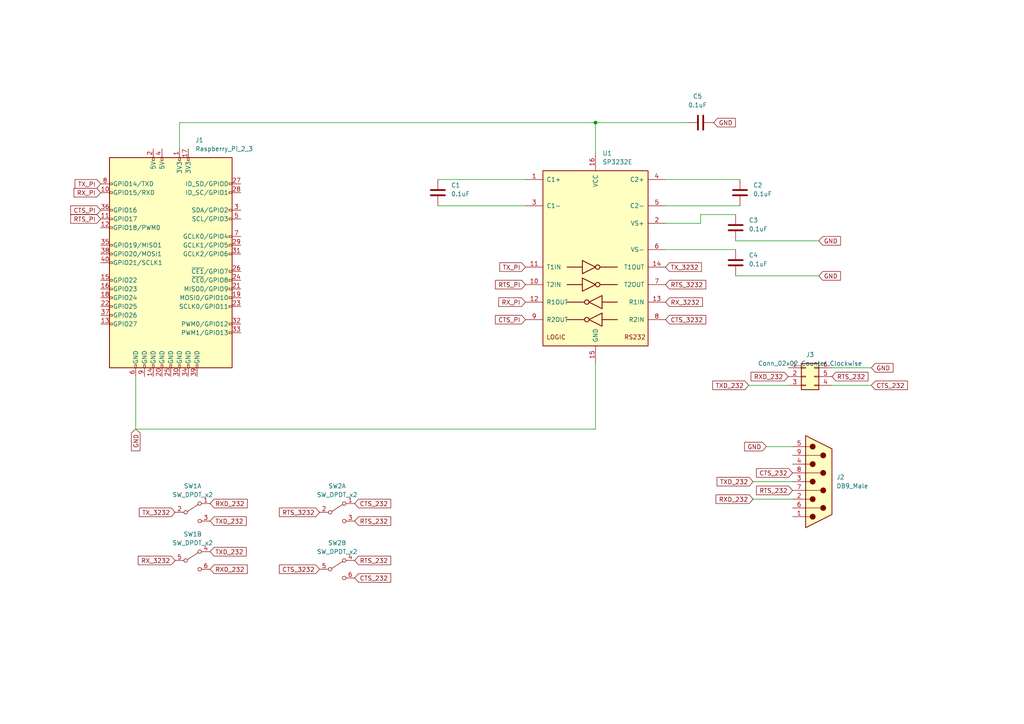
<source format=kicad_sch>
(kicad_sch (version 20211123) (generator eeschema)
  (paper "A4")
  (lib_symbols
    (symbol "Connector:DB9_Male" (pin_names (offset 1.016) hide)
      (property "Reference" "J" (at 0 13.97 0))
      (property "Value" "DB9_Male" (at 0 -14.605 0))
      (symbol "DB9_Male_0_1"
        (circle (center -1.778 -10.16) (radius 0.762) (fill (type outline)))
        (circle (center -1.778 -5.08) (radius 0.762) (fill (type outline)))
        (circle (center -1.778 0) (radius 0.762) (fill (type outline)))
        (circle (center -1.778 5.08) (radius 0.762) (fill (type outline)))
        (circle (center -1.778 10.16) (radius 0.762) (fill (type outline)))
        (polyline (pts (xy -3.81 -10.16) (xy -2.54 -10.16)))
        (polyline (pts (xy -3.81 -7.62) (xy 0.508 -7.62)))
        (polyline (pts (xy -3.81 -5.08) (xy -2.54 -5.08)))
        (polyline (pts (xy -3.81 -2.54) (xy 0.508 -2.54)))
        (polyline (pts (xy -3.81 0) (xy -2.54 0)))
        (polyline (pts (xy -3.81 2.54) (xy 0.508 2.54)))
        (polyline (pts (xy -3.81 5.08) (xy -2.54 5.08)))
        (polyline (pts (xy -3.81 7.62) (xy 0.508 7.62)))
        (polyline (pts (xy -3.81 10.16) (xy -2.54 10.16)))
        (polyline (pts (xy -3.81 -13.335) (xy -3.81 13.335) (xy 3.81 9.525) (xy 3.81 -9.525) (xy -3.81 -13.335)) (stroke (width 0.254)) (fill (type background)))
        (circle (center 1.27 -7.62) (radius 0.762) (fill (type outline)))
        (circle (center 1.27 -2.54) (radius 0.762) (fill (type outline)))
        (circle (center 1.27 2.54) (radius 0.762) (fill (type outline)))
        (circle (center 1.27 7.62) (radius 0.762) (fill (type outline)))
      )
      (symbol "DB9_Male_1_1"
        (pin passive line (at -7.62 -10.16 0) (length 3.81) (name "1") (number "1"))
        (pin passive line (at -7.62 -5.08 0) (length 3.81) (name "2") (number "2"))
        (pin passive line (at -7.62 0 0) (length 3.81) (name "3") (number "3"))
        (pin passive line (at -7.62 5.08 0) (length 3.81) (name "4") (number "4"))
        (pin passive line (at -7.62 10.16 0) (length 3.81) (name "5") (number "5"))
        (pin passive line (at -7.62 -7.62 0) (length 3.81) (name "6") (number "6"))
        (pin passive line (at -7.62 -2.54 0) (length 3.81) (name "7") (number "7"))
        (pin passive line (at -7.62 2.54 0) (length 3.81) (name "8") (number "8"))
        (pin passive line (at -7.62 7.62 0) (length 3.81) (name "9") (number "9"))
      )
    )
    (symbol "Connector:Raspberry_Pi_2_3" (pin_names (offset 1.016))
      (property "Reference" "J" (at -17.78 31.75 0))
      (property "Value" "Raspberry_Pi_2_3" (at 10.16 -31.75 0))
      (symbol "Raspberry_Pi_2_3_0_1"
        (rectangle (start -17.78 30.48) (end 17.78 -30.48) (stroke (width 0.254)) (fill (type background)))
      )
      (symbol "Raspberry_Pi_2_3_1_1"
        (rectangle (start -16.891 -17.526) (end -17.78 -18.034))
        (rectangle (start -16.891 -14.986) (end -17.78 -15.494))
        (rectangle (start -16.891 -12.446) (end -17.78 -12.954))
        (rectangle (start -16.891 -9.906) (end -17.78 -10.414))
        (rectangle (start -16.891 -7.366) (end -17.78 -7.874))
        (rectangle (start -16.891 -4.826) (end -17.78 -5.334))
        (rectangle (start -16.891 0.254) (end -17.78 -0.254))
        (rectangle (start -16.891 2.794) (end -17.78 2.286))
        (rectangle (start -16.891 5.334) (end -17.78 4.826))
        (rectangle (start -16.891 10.414) (end -17.78 9.906))
        (rectangle (start -16.891 12.954) (end -17.78 12.446))
        (rectangle (start -16.891 15.494) (end -17.78 14.986))
        (rectangle (start -16.891 20.574) (end -17.78 20.066))
        (rectangle (start -16.891 23.114) (end -17.78 22.606))
        (rectangle (start -10.414 -29.591) (end -9.906 -30.48))
        (rectangle (start -7.874 -29.591) (end -7.366 -30.48))
        (rectangle (start -5.334 -29.591) (end -4.826 -30.48))
        (rectangle (start -5.334 30.48) (end -4.826 29.591))
        (rectangle (start -2.794 -29.591) (end -2.286 -30.48))
        (rectangle (start -2.794 30.48) (end -2.286 29.591))
        (rectangle (start -0.254 -29.591) (end 0.254 -30.48))
        (rectangle (start 2.286 -29.591) (end 2.794 -30.48))
        (rectangle (start 2.286 30.48) (end 2.794 29.591))
        (rectangle (start 4.826 -29.591) (end 5.334 -30.48))
        (rectangle (start 4.826 30.48) (end 5.334 29.591))
        (rectangle (start 7.366 -29.591) (end 7.874 -30.48))
        (rectangle (start 17.78 -20.066) (end 16.891 -20.574))
        (rectangle (start 17.78 -17.526) (end 16.891 -18.034))
        (rectangle (start 17.78 -12.446) (end 16.891 -12.954))
        (rectangle (start 17.78 -9.906) (end 16.891 -10.414))
        (rectangle (start 17.78 -7.366) (end 16.891 -7.874))
        (rectangle (start 17.78 -4.826) (end 16.891 -5.334))
        (rectangle (start 17.78 -2.286) (end 16.891 -2.794))
        (rectangle (start 17.78 2.794) (end 16.891 2.286))
        (rectangle (start 17.78 5.334) (end 16.891 4.826))
        (rectangle (start 17.78 7.874) (end 16.891 7.366))
        (rectangle (start 17.78 12.954) (end 16.891 12.446))
        (rectangle (start 17.78 15.494) (end 16.891 14.986))
        (rectangle (start 17.78 20.574) (end 16.891 20.066))
        (rectangle (start 17.78 23.114) (end 16.891 22.606))
        (pin power_in line (at 2.54 33.02 270) (length 2.54) (name "3V3") (number "1"))
        (pin bidirectional line (at -20.32 20.32 0) (length 2.54) (name "GPIO15/RXD") (number "10"))
        (pin bidirectional line (at -20.32 12.7 0) (length 2.54) (name "GPIO17") (number "11"))
        (pin bidirectional line (at -20.32 10.16 0) (length 2.54) (name "GPIO18/PWM0") (number "12"))
        (pin bidirectional line (at -20.32 -17.78 0) (length 2.54) (name "GPIO27") (number "13"))
        (pin power_in line (at -5.08 -33.02 90) (length 2.54) (name "GND") (number "14"))
        (pin bidirectional line (at -20.32 -5.08 0) (length 2.54) (name "GPIO22") (number "15"))
        (pin bidirectional line (at -20.32 -7.62 0) (length 2.54) (name "GPIO23") (number "16"))
        (pin power_in line (at 5.08 33.02 270) (length 2.54) (name "3V3") (number "17"))
        (pin bidirectional line (at -20.32 -10.16 0) (length 2.54) (name "GPIO24") (number "18"))
        (pin bidirectional line (at 20.32 -10.16 180) (length 2.54) (name "MOSI0/GPIO10") (number "19"))
        (pin power_in line (at -5.08 33.02 270) (length 2.54) (name "5V") (number "2"))
        (pin power_in line (at -2.54 -33.02 90) (length 2.54) (name "GND") (number "20"))
        (pin bidirectional line (at 20.32 -7.62 180) (length 2.54) (name "MISO0/GPIO9") (number "21"))
        (pin bidirectional line (at -20.32 -12.7 0) (length 2.54) (name "GPIO25") (number "22"))
        (pin bidirectional line (at 20.32 -12.7 180) (length 2.54) (name "SCLK0/GPIO11") (number "23"))
        (pin bidirectional line (at 20.32 -5.08 180) (length 2.54) (name "~{CE0}/GPIO8") (number "24"))
        (pin power_in line (at 0 -33.02 90) (length 2.54) (name "GND") (number "25"))
        (pin bidirectional line (at 20.32 -2.54 180) (length 2.54) (name "~{CE1}/GPIO7") (number "26"))
        (pin bidirectional line (at 20.32 22.86 180) (length 2.54) (name "ID_SD/GPIO0") (number "27"))
        (pin bidirectional line (at 20.32 20.32 180) (length 2.54) (name "ID_SC/GPIO1") (number "28"))
        (pin bidirectional line (at 20.32 5.08 180) (length 2.54) (name "GCLK1/GPIO5") (number "29"))
        (pin bidirectional line (at 20.32 15.24 180) (length 2.54) (name "SDA/GPIO2") (number "3"))
        (pin power_in line (at 2.54 -33.02 90) (length 2.54) (name "GND") (number "30"))
        (pin bidirectional line (at 20.32 2.54 180) (length 2.54) (name "GCLK2/GPIO6") (number "31"))
        (pin bidirectional line (at 20.32 -17.78 180) (length 2.54) (name "PWM0/GPIO12") (number "32"))
        (pin bidirectional line (at 20.32 -20.32 180) (length 2.54) (name "PWM1/GPIO13") (number "33"))
        (pin power_in line (at 5.08 -33.02 90) (length 2.54) (name "GND") (number "34"))
        (pin bidirectional line (at -20.32 5.08 0) (length 2.54) (name "GPIO19/MISO1") (number "35"))
        (pin bidirectional line (at -20.32 15.24 0) (length 2.54) (name "GPIO16") (number "36"))
        (pin bidirectional line (at -20.32 -15.24 0) (length 2.54) (name "GPIO26") (number "37"))
        (pin bidirectional line (at -20.32 2.54 0) (length 2.54) (name "GPIO20/MOSI1") (number "38"))
        (pin power_in line (at 7.62 -33.02 90) (length 2.54) (name "GND") (number "39"))
        (pin power_in line (at -2.54 33.02 270) (length 2.54) (name "5V") (number "4"))
        (pin bidirectional line (at -20.32 0 0) (length 2.54) (name "GPIO21/SCLK1") (number "40"))
        (pin bidirectional line (at 20.32 12.7 180) (length 2.54) (name "SCL/GPIO3") (number "5"))
        (pin power_in line (at -10.16 -33.02 90) (length 2.54) (name "GND") (number "6"))
        (pin bidirectional line (at 20.32 7.62 180) (length 2.54) (name "GCLK0/GPIO4") (number "7"))
        (pin bidirectional line (at -20.32 22.86 0) (length 2.54) (name "GPIO14/TXD") (number "8"))
        (pin power_in line (at -7.62 -33.02 90) (length 2.54) (name "GND") (number "9"))
      )
    )
    (symbol "Connector_Generic:Conn_02x03_Counter_Clockwise" (pin_names (offset 1.016) hide)
      (property "Reference" "J" (at 1.27 5.08 0))
      (property "Value" "Conn_02x03_Counter_Clockwise" (at 1.27 -5.08 0))
      (symbol "Conn_02x03_Counter_Clockwise_1_1"
        (rectangle (start -1.27 -2.413) (end 0 -2.667) (stroke (width 0.1524)))
        (rectangle (start -1.27 0.127) (end 0 -0.127) (stroke (width 0.1524)))
        (rectangle (start -1.27 2.667) (end 0 2.413) (stroke (width 0.1524)))
        (rectangle (start -1.27 3.81) (end 3.81 -3.81) (stroke (width 0.254)) (fill (type background)))
        (rectangle (start 3.81 -2.413) (end 2.54 -2.667) (stroke (width 0.1524)))
        (rectangle (start 3.81 0.127) (end 2.54 -0.127) (stroke (width 0.1524)))
        (rectangle (start 3.81 2.667) (end 2.54 2.413) (stroke (width 0.1524)))
        (pin passive line (at -5.08 2.54 0) (length 3.81) (name "Pin_1") (number "1"))
        (pin passive line (at -5.08 0 0) (length 3.81) (name "Pin_2") (number "2"))
        (pin passive line (at -5.08 -2.54 0) (length 3.81) (name "Pin_3") (number "3"))
        (pin passive line (at 7.62 -2.54 180) (length 3.81) (name "Pin_4") (number "4"))
        (pin passive line (at 7.62 0 180) (length 3.81) (name "Pin_5") (number "5"))
        (pin passive line (at 7.62 2.54 180) (length 3.81) (name "Pin_6") (number "6"))
      )
    )
    (symbol "Device:C" (pin_numbers hide) (pin_names (offset 0.254))
      (property "Reference" "C" (at 0.635 2.54 0))
      (property "Value" "C" (at 0.635 -2.54 0))
      (symbol "C_0_1"
        (polyline (pts (xy -2.032 -0.762) (xy 2.032 -0.762)) (stroke (width 0.508)))
        (polyline (pts (xy -2.032 0.762) (xy 2.032 0.762)) (stroke (width 0.508)))
      )
      (symbol "C_1_1"
        (pin passive line (at 0 3.81 270) (length 2.794) (name "~") (number "1"))
        (pin passive line (at 0 -3.81 90) (length 2.794) (name "~") (number "2"))
      )
    )
    (symbol "Interface_UART:MAX3232" (pin_names (offset 1.016))
      (property "Reference" "U" (at -2.54 28.575 0))
      (property "Value" "MAX3232" (at -2.54 26.67 0))
      (symbol "MAX3232_0_0"
        (text "LOGIC" (at -11.43 -22.86 0) (effects (font (size 1.27 1.27))))
        (text "RS232" (at 11.43 -22.86 0) (effects (font (size 1.27 1.27))))
      )
      (symbol "MAX3232_0_1"
        (rectangle (start -15.24 -25.4) (end 15.24 25.4) (stroke (width 0.254)) (fill (type background)))
        (circle (center -2.54 -17.78) (radius 0.635) (stroke (width 0.254)))
        (circle (center -2.54 -12.7) (radius 0.635) (stroke (width 0.254)))
        (polyline (pts (xy -3.81 -7.62) (xy -8.255 -7.62)) (stroke (width 0.254)))
        (polyline (pts (xy -3.81 -2.54) (xy -8.255 -2.54)) (stroke (width 0.254)))
        (polyline (pts (xy -3.175 -17.78) (xy -8.255 -17.78)) (stroke (width 0.254)))
        (polyline (pts (xy -3.175 -12.7) (xy -8.255 -12.7)) (stroke (width 0.254)))
        (polyline (pts (xy 1.27 -7.62) (xy 6.35 -7.62)) (stroke (width 0.254)))
        (polyline (pts (xy 1.27 -2.54) (xy 6.35 -2.54)) (stroke (width 0.254)))
        (polyline (pts (xy 1.905 -17.78) (xy 6.35 -17.78)) (stroke (width 0.254)))
        (polyline (pts (xy 1.905 -12.7) (xy 6.35 -12.7)) (stroke (width 0.254)))
        (polyline (pts (xy -3.81 -5.715) (xy -3.81 -9.525) (xy 0 -7.62) (xy -3.81 -5.715)) (stroke (width 0.254)))
        (polyline (pts (xy -3.81 -0.635) (xy -3.81 -4.445) (xy 0 -2.54) (xy -3.81 -0.635)) (stroke (width 0.254)))
        (polyline (pts (xy 1.905 -15.875) (xy 1.905 -19.685) (xy -1.905 -17.78) (xy 1.905 -15.875)) (stroke (width 0.254)))
        (polyline (pts (xy 1.905 -10.795) (xy 1.905 -14.605) (xy -1.905 -12.7) (xy 1.905 -10.795)) (stroke (width 0.254)))
        (circle (center 0.635 -7.62) (radius 0.635) (stroke (width 0.254)))
        (circle (center 0.635 -2.54) (radius 0.635) (stroke (width 0.254)))
      )
      (symbol "MAX3232_1_1"
        (pin passive line (at -20.32 22.86 0) (length 5.08) (name "C1+") (number "1"))
        (pin input line (at -20.32 -7.62 0) (length 5.08) (name "T2IN") (number "10"))
        (pin input line (at -20.32 -2.54 0) (length 5.08) (name "T1IN") (number "11"))
        (pin output line (at -20.32 -12.7 0) (length 5.08) (name "R1OUT") (number "12"))
        (pin input line (at 20.32 -12.7 180) (length 5.08) (name "R1IN") (number "13"))
        (pin output line (at 20.32 -2.54 180) (length 5.08) (name "T1OUT") (number "14"))
        (pin power_in line (at 0 -30.48 90) (length 5.08) (name "GND") (number "15"))
        (pin power_in line (at 0 30.48 270) (length 5.08) (name "VCC") (number "16"))
        (pin power_out line (at 20.32 10.16 180) (length 5.08) (name "VS+") (number "2"))
        (pin passive line (at -20.32 15.24 0) (length 5.08) (name "C1-") (number "3"))
        (pin passive line (at 20.32 22.86 180) (length 5.08) (name "C2+") (number "4"))
        (pin passive line (at 20.32 15.24 180) (length 5.08) (name "C2-") (number "5"))
        (pin power_out line (at 20.32 2.54 180) (length 5.08) (name "VS-") (number "6"))
        (pin output line (at 20.32 -7.62 180) (length 5.08) (name "T2OUT") (number "7"))
        (pin input line (at 20.32 -17.78 180) (length 5.08) (name "R2IN") (number "8"))
        (pin output line (at -20.32 -17.78 0) (length 5.08) (name "R2OUT") (number "9"))
      )
    )
    (symbol "Switch:SW_DPDT_x2" (pin_names (offset 0) hide)
      (property "Reference" "SW" (at 0 4.318 0))
      (property "Value" "SW_DPDT_x2" (at 0 -5.08 0))
      (symbol "SW_DPDT_x2_0_0"
        (circle (center -2.032 0) (radius 0.508))
        (circle (center 2.032 -2.54) (radius 0.508))
      )
      (symbol "SW_DPDT_x2_0_1"
        (polyline (pts (xy -1.524 0.254) (xy 1.651 2.286)))
        (circle (center 2.032 2.54) (radius 0.508))
      )
      (symbol "SW_DPDT_x2_1_1"
        (pin passive line (at 5.08 2.54 180) (length 2.54) (name "A") (number "1"))
        (pin passive line (at -5.08 0 0) (length 2.54) (name "B") (number "2"))
        (pin passive line (at 5.08 -2.54 180) (length 2.54) (name "C") (number "3"))
      )
      (symbol "SW_DPDT_x2_2_1"
        (pin passive line (at 5.08 2.54 180) (length 2.54) (name "A") (number "4"))
        (pin passive line (at -5.08 0 0) (length 2.54) (name "B") (number "5"))
        (pin passive line (at 5.08 -2.54 180) (length 2.54) (name "C") (number "6"))
      )
    )
  )
  (junction (at 172.72 35.56))
  (wire (pts (xy 52.07 35.56) (xy 52.07 43.18)))
  (wire (pts (xy 218.44 139.7) (xy 229.87 139.7)))
  (wire (pts (xy 193.04 72.39) (xy 213.36 72.39)))
  (wire (pts (xy 218.44 144.78) (xy 229.87 144.78)))
  (wire (pts (xy 213.36 80.01) (xy 237.49 80.01)))
  (wire (pts (xy 193.04 59.69) (xy 214.63 59.69)))
  (wire (pts (xy 172.72 44.45) (xy 172.72 35.56)))
  (wire (pts (xy 172.72 35.56) (xy 199.39 35.56)))
  (wire (pts (xy 193.04 64.77) (xy 203.2 64.77)))
  (wire (pts (xy 222.25 129.54) (xy 229.87 129.54)))
  (wire (pts (xy 252.73 111.76) (xy 241.3 111.76)))
  (wire (pts (xy 252.73 106.68) (xy 241.3 106.68)))
  (wire (pts (xy 172.72 35.56) (xy 52.07 35.56)))
  (wire (pts (xy 127 52.07) (xy 152.4 52.07)))
  (wire (pts (xy 39.37 124.46) (xy 39.37 109.22)))
  (wire (pts (xy 172.72 124.46) (xy 39.37 124.46)))
  (wire (pts (xy 213.36 69.85) (xy 237.49 69.85)))
  (wire (pts (xy 193.04 52.07) (xy 214.63 52.07)))
  (wire (pts (xy 127 59.69) (xy 152.4 59.69)))
  (wire (pts (xy 203.2 62.23) (xy 213.36 62.23)))
  (wire (pts (xy 203.2 64.77) (xy 203.2 62.23)))
  (wire (pts (xy 217.17 111.76) (xy 228.6 111.76)))
  (wire (pts (xy 172.72 105.41) (xy 172.72 124.46)))
  (global_label "RTS_232" (shape input) (at 102.87 151.13 0) (property "Intersheet References" "${INTERSHEET_REFS}" (effects hide)))
  (global_label "GND" (shape input) (at 39.37 124.46 270) (property "Intersheet References" "${INTERSHEET_REFS}" (effects hide)))
  (global_label "RTS_232" (shape input) (at 241.3 109.22 0) (property "Intersheet References" "${INTERSHEET_REFS}" (effects hide)))
  (global_label "TX_3232" (shape input) (at 50.8 148.59 180) (property "Intersheet References" "${INTERSHEET_REFS}" (effects hide)))
  (global_label "RTS_PI" (shape input) (at 152.4 82.55 180) (property "Intersheet References" "${INTERSHEET_REFS}" (effects hide)))
  (global_label "CTS_PI" (shape input) (at 29.21 60.96 180) (property "Intersheet References" "${INTERSHEET_REFS}" (effects hide)))
  (global_label "TX_3232" (shape input) (at 193.04 77.47 0) (property "Intersheet References" "${INTERSHEET_REFS}" (effects hide)))
  (global_label "TX_PI" (shape input) (at 29.21 53.34 180) (property "Intersheet References" "${INTERSHEET_REFS}" (effects hide)))
  (global_label "TXD_232" (shape input) (at 60.96 160.02 0) (property "Intersheet References" "${INTERSHEET_REFS}" (effects hide)))
  (global_label "TXD_232" (shape input) (at 218.44 139.7 180) (property "Intersheet References" "${INTERSHEET_REFS}" (effects hide)))
  (global_label "GND" (shape input) (at 237.49 80.01 0) (property "Intersheet References" "${INTERSHEET_REFS}" (effects hide)))
  (global_label "RTS_PI" (shape input) (at 29.21 63.5 180) (property "Intersheet References" "${INTERSHEET_REFS}" (effects hide)))
  (global_label "RX_3232" (shape input) (at 193.04 87.63 0) (property "Intersheet References" "${INTERSHEET_REFS}" (effects hide)))
  (global_label "TXD_232" (shape input) (at 217.17 111.76 180) (property "Intersheet References" "${INTERSHEET_REFS}" (effects hide)))
  (global_label "CTS_232" (shape input) (at 102.87 146.05 0) (property "Intersheet References" "${INTERSHEET_REFS}" (effects hide)))
  (global_label "GND" (shape input) (at 237.49 69.85 0) (property "Intersheet References" "${INTERSHEET_REFS}" (effects hide)))
  (global_label "CTS_3232" (shape input) (at 193.04 92.71 0) (property "Intersheet References" "${INTERSHEET_REFS}" (effects hide)))
  (global_label "TXD_232" (shape input) (at 60.96 151.13 0) (property "Intersheet References" "${INTERSHEET_REFS}" (effects hide)))
  (global_label "RXD_232" (shape input) (at 60.96 165.1 0) (property "Intersheet References" "${INTERSHEET_REFS}" (effects hide)))
  (global_label "RXD_232" (shape input) (at 60.96 146.05 0) (property "Intersheet References" "${INTERSHEET_REFS}" (effects hide)))
  (global_label "CTS_232" (shape input) (at 102.87 167.64 0) (property "Intersheet References" "${INTERSHEET_REFS}" (effects hide)))
  (global_label "GND" (shape input) (at 252.73 106.68 0) (property "Intersheet References" "${INTERSHEET_REFS}" (effects hide)))
  (global_label "RTS_3232" (shape input) (at 92.71 148.59 180) (property "Intersheet References" "${INTERSHEET_REFS}" (effects hide)))
  (global_label "RTS_232" (shape input) (at 102.87 162.56 0) (property "Intersheet References" "${INTERSHEET_REFS}" (effects hide)))
  (global_label "CTS_232" (shape input) (at 229.87 137.16 180) (property "Intersheet References" "${INTERSHEET_REFS}" (effects hide)))
  (global_label "RX_PI" (shape input) (at 29.21 55.88 180) (property "Intersheet References" "${INTERSHEET_REFS}" (effects hide)))
  (global_label "CTS_3232" (shape input) (at 92.71 165.1 180) (property "Intersheet References" "${INTERSHEET_REFS}" (effects hide)))
  (global_label "RX_3232" (shape input) (at 50.8 162.56 180) (property "Intersheet References" "${INTERSHEET_REFS}" (effects hide)))
  (global_label "RTS_3232" (shape input) (at 193.04 82.55 0) (property "Intersheet References" "${INTERSHEET_REFS}" (effects hide)))
  (global_label "RX_PI" (shape input) (at 152.4 87.63 180) (property "Intersheet References" "${INTERSHEET_REFS}" (effects hide)))
  (global_label "RXD_232" (shape input) (at 228.6 109.22 180) (property "Intersheet References" "${INTERSHEET_REFS}" (effects hide)))
  (global_label "CTS_PI" (shape input) (at 152.4 92.71 180) (property "Intersheet References" "${INTERSHEET_REFS}" (effects hide)))
  (global_label "RXD_232" (shape input) (at 218.44 144.78 180) (property "Intersheet References" "${INTERSHEET_REFS}" (effects hide)))
  (global_label "CTS_232" (shape input) (at 252.73 111.76 0) (property "Intersheet References" "${INTERSHEET_REFS}" (effects hide)))
  (global_label "TX_PI" (shape input) (at 152.4 77.47 180) (property "Intersheet References" "${INTERSHEET_REFS}" (effects hide)))
  (global_label "GND" (shape input) (at 222.25 129.54 180) (property "Intersheet References" "${INTERSHEET_REFS}" (effects hide)))
  (global_label "GND" (shape input) (at 207.01 35.56 0) (property "Intersheet References" "${INTERSHEET_REFS}" (effects hide)))
  (global_label "RTS_232" (shape input) (at 229.87 142.24 180) (property "Intersheet References" "${INTERSHEET_REFS}" (effects hide)))
  (symbol (lib_id "Switch:SW_DPDT_x2") (at 97.79 165.1 0) (unit 2)
    (property "Reference" "SW2" (at 97.79 157.48 0))
    (property "Value" "SW_DPDT_x2" (at 97.79 160.02 0))
    (property "Footprint" "Button_Switch_THT:SW_CuK_JS202011AQN_DPDT_Angled" (effects hide))
  )
  (symbol (lib_id "Connector_Generic:Conn_02x03_Counter_Clockwise") (at 233.68 109.22 0) (unit 1)
    (property "Reference" "J3" (at 234.95 102.87 0))
    (property "Value" "Conn_02x02_Counter_Clockwise" (at 234.95 105.41 0))
    (property "Footprint" "Connector_PinHeader_2.54mm:PinHeader_2x03_P2.54mm_Vertical" (effects hide))
  )
  (symbol (lib_id "Connector:Raspberry_Pi_2_3") (at 49.53 76.2 0) (unit 1)
    (property "Reference" "J1" (at 56.6294 40.64 0) (effects (justify left)))
    (property "Value" "Raspberry_Pi_2_3" (at 56.6294 43.18 0) (effects (justify left)))
    (property "Footprint" "Connector_PinHeader_2.54mm:PinHeader_2x20_P2.54mm_Vertical" (effects hide))
    (property "Datasheet" "https://www.raspberrypi.org/documentation/hardware/raspberrypi/schematics/rpi_SCH_3bplus_1p0_reduced.pdf" (effects hide))
  )
  (symbol (lib_id "Device:C") (at 213.36 66.04 0) (unit 1)
    (property "Reference" "C3" (at 217.17 63.8809 0) (effects (justify left)))
    (property "Value" "0.1uF" (at 217.17 66.4209 0) (effects (justify left)))
    (property "Footprint" "Capacitor_THT:C_Disc_D5.0mm_W2.5mm_P5.00mm" (effects hide))
  )
  (symbol (lib_id "Switch:SW_DPDT_x2") (at 55.88 148.59 0) (unit 1)
    (property "Reference" "SW1" (at 55.88 140.97 0))
    (property "Value" "SW_DPDT_x2" (at 55.88 143.51 0))
    (property "Footprint" "Button_Switch_THT:SW_CuK_JS202011AQN_DPDT_Angled" (effects hide))
  )
  (symbol (lib_id "Device:C") (at 203.2 35.56 90) (unit 1)
    (property "Reference" "C5" (at 202.311 27.94 90))
    (property "Value" "0.1uF" (at 202.311 30.48 90))
    (property "Footprint" "Capacitor_THT:C_Disc_D5.0mm_W2.5mm_P5.00mm" (effects hide))
  )
  (symbol (lib_id "Switch:SW_DPDT_x2") (at 97.79 148.59 0) (unit 1)
    (property "Reference" "SW2" (at 97.79 140.97 0))
    (property "Value" "SW_DPDT_x2" (at 97.79 143.51 0))
    (property "Footprint" "Button_Switch_THT:SW_CuK_JS202011AQN_DPDT_Angled" (effects hide))
  )
  (symbol (lib_id "Device:C") (at 214.63 55.88 0) (unit 1)
    (property "Reference" "C2" (at 218.44 53.7209 0) (effects (justify left)))
    (property "Value" "0.1uF" (at 218.44 56.2609 0) (effects (justify left)))
    (property "Footprint" "Capacitor_THT:C_Disc_D5.0mm_W2.5mm_P5.00mm" (effects hide))
  )
  (symbol (lib_id "Interface_UART:MAX3232") (at 172.72 74.93 0) (unit 1)
    (property "Reference" "U1" (at 174.7394 44.45 0) (effects (justify left)))
    (property "Value" "SP3232E" (at 174.7394 46.99 0) (effects (justify left)))
    (property "Footprint" "Package_DIP:DIP-16_W7.62mm" (effects hide))
    (property "Datasheet" "https://datasheets.maximintegrated.com/en/ds/MAX3222-MAX3241.pdf" (effects hide))
  )
  (symbol (lib_id "Device:C") (at 127 55.88 0) (unit 1)
    (property "Reference" "C1" (at 130.81 53.7209 0) (effects (justify left)))
    (property "Value" "0.1uF" (at 130.81 56.2609 0) (effects (justify left)))
    (property "Footprint" "Capacitor_THT:C_Disc_D5.0mm_W2.5mm_P5.00mm" (effects hide))
  )
  (symbol (lib_id "Connector:DB9_Male") (at 237.49 139.7 0) (unit 1)
    (property "Reference" "J2" (at 242.57 138.4299 0) (effects (justify left)))
    (property "Value" "DB9_Male" (at 242.57 140.9699 0) (effects (justify left)))
    (property "Footprint" "Connector_Dsub:DSUB-9_Male_Horizontal_P2.77x2.84mm_EdgePinOffset4.94mm_Housed_MountingHolesOffset7.48mm" (effects hide))
    (property "Datasheet" " ~" (effects hide))
  )
  (symbol (lib_id "Device:C") (at 213.36 76.2 0) (unit 1)
    (property "Reference" "C4" (at 217.17 74.0409 0) (effects (justify left)))
    (property "Value" "0.1uF" (at 217.17 76.5809 0) (effects (justify left)))
    (property "Footprint" "Capacitor_THT:C_Disc_D5.0mm_W2.5mm_P5.00mm" (effects hide))
  )
  (symbol (lib_id "Switch:SW_DPDT_x2") (at 55.88 162.56 0) (unit 2)
    (property "Reference" "SW1" (at 55.88 154.94 0))
    (property "Value" "SW_DPDT_x2" (at 55.88 157.48 0))
    (property "Footprint" "Button_Switch_THT:SW_CuK_JS202011AQN_DPDT_Angled" (effects hide))
  )
)
</source>
